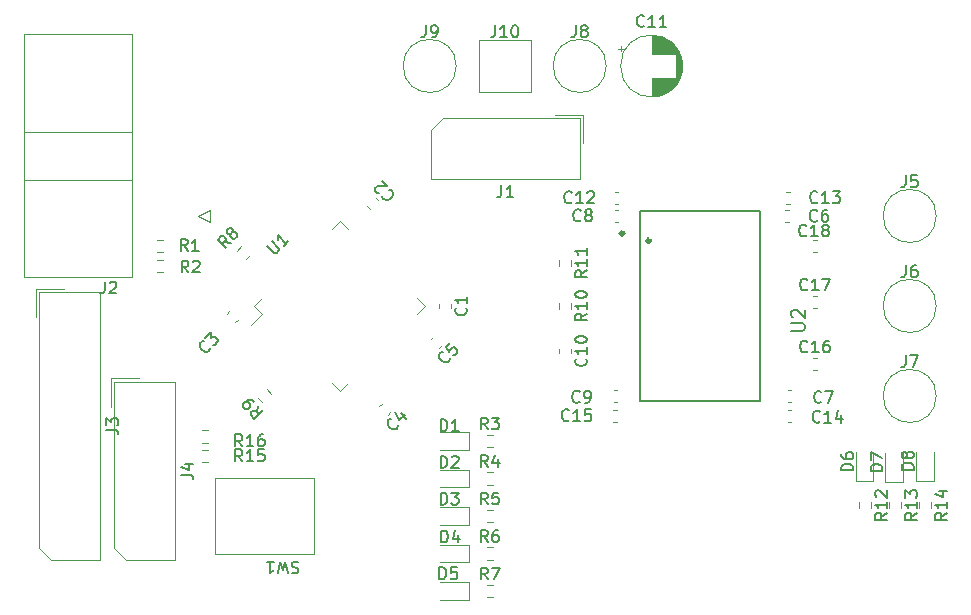
<source format=gbr>
G04 #@! TF.GenerationSoftware,KiCad,Pcbnew,(6.0.7)*
G04 #@! TF.CreationDate,2023-09-02T21:04:06+09:00*
G04 #@! TF.ProjectId,MD_DRV8332,4d445f44-5256-4383-9333-322e6b696361,rev?*
G04 #@! TF.SameCoordinates,Original*
G04 #@! TF.FileFunction,Legend,Top*
G04 #@! TF.FilePolarity,Positive*
%FSLAX46Y46*%
G04 Gerber Fmt 4.6, Leading zero omitted, Abs format (unit mm)*
G04 Created by KiCad (PCBNEW (6.0.7)) date 2023-09-02 21:04:06*
%MOMM*%
%LPD*%
G01*
G04 APERTURE LIST*
%ADD10C,0.150000*%
%ADD11C,0.152000*%
%ADD12C,0.120000*%
%ADD13C,0.300000*%
G04 APERTURE END LIST*
D10*
X123507333Y-146153238D02*
X123364476Y-146105619D01*
X123126380Y-146105619D01*
X123031142Y-146153238D01*
X122983523Y-146200857D01*
X122935904Y-146296095D01*
X122935904Y-146391333D01*
X122983523Y-146486571D01*
X123031142Y-146534190D01*
X123126380Y-146581809D01*
X123316857Y-146629428D01*
X123412095Y-146677047D01*
X123459714Y-146724666D01*
X123507333Y-146819904D01*
X123507333Y-146915142D01*
X123459714Y-147010380D01*
X123412095Y-147058000D01*
X123316857Y-147105619D01*
X123078761Y-147105619D01*
X122935904Y-147058000D01*
X122602571Y-147105619D02*
X122364476Y-146105619D01*
X122174000Y-146819904D01*
X121983523Y-146105619D01*
X121745428Y-147105619D01*
X120840666Y-146105619D02*
X121412095Y-146105619D01*
X121126380Y-146105619D02*
X121126380Y-147105619D01*
X121221619Y-146962761D01*
X121316857Y-146867523D01*
X121412095Y-146819904D01*
X147837142Y-128912857D02*
X147884761Y-128960476D01*
X147932380Y-129103333D01*
X147932380Y-129198571D01*
X147884761Y-129341428D01*
X147789523Y-129436666D01*
X147694285Y-129484285D01*
X147503809Y-129531904D01*
X147360952Y-129531904D01*
X147170476Y-129484285D01*
X147075238Y-129436666D01*
X146980000Y-129341428D01*
X146932380Y-129198571D01*
X146932380Y-129103333D01*
X146980000Y-128960476D01*
X147027619Y-128912857D01*
X147932380Y-127960476D02*
X147932380Y-128531904D01*
X147932380Y-128246190D02*
X146932380Y-128246190D01*
X147075238Y-128341428D01*
X147170476Y-128436666D01*
X147218095Y-128531904D01*
X146932380Y-127341428D02*
X146932380Y-127246190D01*
X146980000Y-127150952D01*
X147027619Y-127103333D01*
X147122857Y-127055714D01*
X147313333Y-127008095D01*
X147551428Y-127008095D01*
X147741904Y-127055714D01*
X147837142Y-127103333D01*
X147884761Y-127150952D01*
X147932380Y-127246190D01*
X147932380Y-127341428D01*
X147884761Y-127436666D01*
X147837142Y-127484285D01*
X147741904Y-127531904D01*
X147551428Y-127579523D01*
X147313333Y-127579523D01*
X147122857Y-127531904D01*
X147027619Y-127484285D01*
X146980000Y-127436666D01*
X146932380Y-127341428D01*
X147932380Y-125102857D02*
X147456190Y-125436190D01*
X147932380Y-125674285D02*
X146932380Y-125674285D01*
X146932380Y-125293333D01*
X146980000Y-125198095D01*
X147027619Y-125150476D01*
X147122857Y-125102857D01*
X147265714Y-125102857D01*
X147360952Y-125150476D01*
X147408571Y-125198095D01*
X147456190Y-125293333D01*
X147456190Y-125674285D01*
X147932380Y-124150476D02*
X147932380Y-124721904D01*
X147932380Y-124436190D02*
X146932380Y-124436190D01*
X147075238Y-124531428D01*
X147170476Y-124626666D01*
X147218095Y-124721904D01*
X146932380Y-123531428D02*
X146932380Y-123436190D01*
X146980000Y-123340952D01*
X147027619Y-123293333D01*
X147122857Y-123245714D01*
X147313333Y-123198095D01*
X147551428Y-123198095D01*
X147741904Y-123245714D01*
X147837142Y-123293333D01*
X147884761Y-123340952D01*
X147932380Y-123436190D01*
X147932380Y-123531428D01*
X147884761Y-123626666D01*
X147837142Y-123674285D01*
X147741904Y-123721904D01*
X147551428Y-123769523D01*
X147313333Y-123769523D01*
X147122857Y-123721904D01*
X147027619Y-123674285D01*
X146980000Y-123626666D01*
X146932380Y-123531428D01*
X147932380Y-121449183D02*
X147456190Y-121782516D01*
X147932380Y-122020611D02*
X146932380Y-122020611D01*
X146932380Y-121639659D01*
X146980000Y-121544421D01*
X147027619Y-121496802D01*
X147122857Y-121449183D01*
X147265714Y-121449183D01*
X147360952Y-121496802D01*
X147408571Y-121544421D01*
X147456190Y-121639659D01*
X147456190Y-122020611D01*
X147932380Y-120496802D02*
X147932380Y-121068230D01*
X147932380Y-120782516D02*
X146932380Y-120782516D01*
X147075238Y-120877754D01*
X147170476Y-120972992D01*
X147218095Y-121068230D01*
X147932380Y-119544421D02*
X147932380Y-120115849D01*
X147932380Y-119830135D02*
X146932380Y-119830135D01*
X147075238Y-119925373D01*
X147170476Y-120020611D01*
X147218095Y-120115849D01*
X146640937Y-115664197D02*
X146593318Y-115711816D01*
X146450461Y-115759435D01*
X146355223Y-115759435D01*
X146212366Y-115711816D01*
X146117128Y-115616578D01*
X146069509Y-115521340D01*
X146021890Y-115330864D01*
X146021890Y-115188007D01*
X146069509Y-114997531D01*
X146117128Y-114902293D01*
X146212366Y-114807055D01*
X146355223Y-114759435D01*
X146450461Y-114759435D01*
X146593318Y-114807055D01*
X146640937Y-114854674D01*
X147593318Y-115759435D02*
X147021890Y-115759435D01*
X147307604Y-115759435D02*
X147307604Y-114759435D01*
X147212366Y-114902293D01*
X147117128Y-114997531D01*
X147021890Y-115045150D01*
X147974271Y-114854674D02*
X148021890Y-114807055D01*
X148117128Y-114759435D01*
X148355223Y-114759435D01*
X148450461Y-114807055D01*
X148498080Y-114854674D01*
X148545699Y-114949912D01*
X148545699Y-115045150D01*
X148498080Y-115188007D01*
X147926652Y-115759435D01*
X148545699Y-115759435D01*
X118737142Y-136342380D02*
X118403809Y-135866190D01*
X118165714Y-136342380D02*
X118165714Y-135342380D01*
X118546666Y-135342380D01*
X118641904Y-135390000D01*
X118689523Y-135437619D01*
X118737142Y-135532857D01*
X118737142Y-135675714D01*
X118689523Y-135770952D01*
X118641904Y-135818571D01*
X118546666Y-135866190D01*
X118165714Y-135866190D01*
X119689523Y-136342380D02*
X119118095Y-136342380D01*
X119403809Y-136342380D02*
X119403809Y-135342380D01*
X119308571Y-135485238D01*
X119213333Y-135580476D01*
X119118095Y-135628095D01*
X120546666Y-135342380D02*
X120356190Y-135342380D01*
X120260952Y-135390000D01*
X120213333Y-135437619D01*
X120118095Y-135580476D01*
X120070476Y-135770952D01*
X120070476Y-136151904D01*
X120118095Y-136247142D01*
X120165714Y-136294761D01*
X120260952Y-136342380D01*
X120451428Y-136342380D01*
X120546666Y-136294761D01*
X120594285Y-136247142D01*
X120641904Y-136151904D01*
X120641904Y-135913809D01*
X120594285Y-135818571D01*
X120546666Y-135770952D01*
X120451428Y-135723333D01*
X120260952Y-135723333D01*
X120165714Y-135770952D01*
X120118095Y-135818571D01*
X120070476Y-135913809D01*
X118737142Y-137612380D02*
X118403809Y-137136190D01*
X118165714Y-137612380D02*
X118165714Y-136612380D01*
X118546666Y-136612380D01*
X118641904Y-136660000D01*
X118689523Y-136707619D01*
X118737142Y-136802857D01*
X118737142Y-136945714D01*
X118689523Y-137040952D01*
X118641904Y-137088571D01*
X118546666Y-137136190D01*
X118165714Y-137136190D01*
X119689523Y-137612380D02*
X119118095Y-137612380D01*
X119403809Y-137612380D02*
X119403809Y-136612380D01*
X119308571Y-136755238D01*
X119213333Y-136850476D01*
X119118095Y-136898095D01*
X120594285Y-136612380D02*
X120118095Y-136612380D01*
X120070476Y-137088571D01*
X120118095Y-137040952D01*
X120213333Y-136993333D01*
X120451428Y-136993333D01*
X120546666Y-137040952D01*
X120594285Y-137088571D01*
X120641904Y-137183809D01*
X120641904Y-137421904D01*
X120594285Y-137517142D01*
X120546666Y-137564761D01*
X120451428Y-137612380D01*
X120213333Y-137612380D01*
X120118095Y-137564761D01*
X120070476Y-137517142D01*
X178412380Y-141970357D02*
X177936190Y-142303690D01*
X178412380Y-142541785D02*
X177412380Y-142541785D01*
X177412380Y-142160833D01*
X177460000Y-142065595D01*
X177507619Y-142017976D01*
X177602857Y-141970357D01*
X177745714Y-141970357D01*
X177840952Y-142017976D01*
X177888571Y-142065595D01*
X177936190Y-142160833D01*
X177936190Y-142541785D01*
X178412380Y-141017976D02*
X178412380Y-141589404D01*
X178412380Y-141303690D02*
X177412380Y-141303690D01*
X177555238Y-141398928D01*
X177650476Y-141494166D01*
X177698095Y-141589404D01*
X177745714Y-140160833D02*
X178412380Y-140160833D01*
X177364761Y-140398928D02*
X178079047Y-140637023D01*
X178079047Y-140017976D01*
X175872380Y-141970357D02*
X175396190Y-142303690D01*
X175872380Y-142541785D02*
X174872380Y-142541785D01*
X174872380Y-142160833D01*
X174920000Y-142065595D01*
X174967619Y-142017976D01*
X175062857Y-141970357D01*
X175205714Y-141970357D01*
X175300952Y-142017976D01*
X175348571Y-142065595D01*
X175396190Y-142160833D01*
X175396190Y-142541785D01*
X175872380Y-141017976D02*
X175872380Y-141589404D01*
X175872380Y-141303690D02*
X174872380Y-141303690D01*
X175015238Y-141398928D01*
X175110476Y-141494166D01*
X175158095Y-141589404D01*
X174872380Y-140684642D02*
X174872380Y-140065595D01*
X175253333Y-140398928D01*
X175253333Y-140256071D01*
X175300952Y-140160833D01*
X175348571Y-140113214D01*
X175443809Y-140065595D01*
X175681904Y-140065595D01*
X175777142Y-140113214D01*
X175824761Y-140160833D01*
X175872380Y-140256071D01*
X175872380Y-140541785D01*
X175824761Y-140637023D01*
X175777142Y-140684642D01*
X173332380Y-141970357D02*
X172856190Y-142303690D01*
X173332380Y-142541785D02*
X172332380Y-142541785D01*
X172332380Y-142160833D01*
X172380000Y-142065595D01*
X172427619Y-142017976D01*
X172522857Y-141970357D01*
X172665714Y-141970357D01*
X172760952Y-142017976D01*
X172808571Y-142065595D01*
X172856190Y-142160833D01*
X172856190Y-142541785D01*
X173332380Y-141017976D02*
X173332380Y-141589404D01*
X173332380Y-141303690D02*
X172332380Y-141303690D01*
X172475238Y-141398928D01*
X172570476Y-141494166D01*
X172618095Y-141589404D01*
X172427619Y-140637023D02*
X172380000Y-140589404D01*
X172332380Y-140494166D01*
X172332380Y-140256071D01*
X172380000Y-140160833D01*
X172427619Y-140113214D01*
X172522857Y-140065595D01*
X172618095Y-140065595D01*
X172760952Y-140113214D01*
X173332380Y-140684642D01*
X173332380Y-140065595D01*
X120076569Y-132889132D02*
X119975554Y-133461552D01*
X120480630Y-133293193D02*
X119773524Y-134000300D01*
X119504149Y-133730926D01*
X119470478Y-133629911D01*
X119470478Y-133562567D01*
X119504149Y-133461552D01*
X119605165Y-133360537D01*
X119706180Y-133326865D01*
X119773524Y-133326865D01*
X119874539Y-133360537D01*
X120143913Y-133629911D01*
X119739852Y-132552414D02*
X119605165Y-132417727D01*
X119504149Y-132384056D01*
X119436806Y-132384056D01*
X119268447Y-132417727D01*
X119100088Y-132518743D01*
X118830714Y-132788117D01*
X118797043Y-132889132D01*
X118797043Y-132956475D01*
X118830714Y-133057491D01*
X118965401Y-133192178D01*
X119066417Y-133225850D01*
X119133760Y-133225850D01*
X119234775Y-133192178D01*
X119403134Y-133023819D01*
X119436806Y-132922804D01*
X119436806Y-132855460D01*
X119403134Y-132754445D01*
X119268447Y-132619758D01*
X119167432Y-132586086D01*
X119100088Y-132586086D01*
X118999073Y-132619758D01*
X117772316Y-119136956D02*
X117199896Y-119035941D01*
X117368255Y-119541017D02*
X116661148Y-118833911D01*
X116930522Y-118564536D01*
X117031537Y-118530865D01*
X117098881Y-118530865D01*
X117199896Y-118564536D01*
X117300911Y-118665552D01*
X117334583Y-118766567D01*
X117334583Y-118833911D01*
X117300911Y-118934926D01*
X117031537Y-119204300D01*
X117772316Y-118328834D02*
X117671301Y-118362506D01*
X117603957Y-118362506D01*
X117502942Y-118328834D01*
X117469270Y-118295162D01*
X117435598Y-118194147D01*
X117435598Y-118126804D01*
X117469270Y-118025788D01*
X117603957Y-117891101D01*
X117704973Y-117857430D01*
X117772316Y-117857430D01*
X117873331Y-117891101D01*
X117907003Y-117924773D01*
X117940675Y-118025788D01*
X117940675Y-118093132D01*
X117907003Y-118194147D01*
X117772316Y-118328834D01*
X117738644Y-118429849D01*
X117738644Y-118497193D01*
X117772316Y-118598208D01*
X117907003Y-118732895D01*
X118008018Y-118766567D01*
X118075362Y-118766567D01*
X118176377Y-118732895D01*
X118311064Y-118598208D01*
X118344736Y-118497193D01*
X118344736Y-118429849D01*
X118311064Y-118328834D01*
X118176377Y-118194147D01*
X118075362Y-118160475D01*
X118008018Y-118160475D01*
X117907003Y-118194147D01*
X139533333Y-147612380D02*
X139200000Y-147136190D01*
X138961904Y-147612380D02*
X138961904Y-146612380D01*
X139342857Y-146612380D01*
X139438095Y-146660000D01*
X139485714Y-146707619D01*
X139533333Y-146802857D01*
X139533333Y-146945714D01*
X139485714Y-147040952D01*
X139438095Y-147088571D01*
X139342857Y-147136190D01*
X138961904Y-147136190D01*
X139866666Y-146612380D02*
X140533333Y-146612380D01*
X140104761Y-147612380D01*
X139533333Y-144437380D02*
X139200000Y-143961190D01*
X138961904Y-144437380D02*
X138961904Y-143437380D01*
X139342857Y-143437380D01*
X139438095Y-143485000D01*
X139485714Y-143532619D01*
X139533333Y-143627857D01*
X139533333Y-143770714D01*
X139485714Y-143865952D01*
X139438095Y-143913571D01*
X139342857Y-143961190D01*
X138961904Y-143961190D01*
X140390476Y-143437380D02*
X140200000Y-143437380D01*
X140104761Y-143485000D01*
X140057142Y-143532619D01*
X139961904Y-143675476D01*
X139914285Y-143865952D01*
X139914285Y-144246904D01*
X139961904Y-144342142D01*
X140009523Y-144389761D01*
X140104761Y-144437380D01*
X140295238Y-144437380D01*
X140390476Y-144389761D01*
X140438095Y-144342142D01*
X140485714Y-144246904D01*
X140485714Y-144008809D01*
X140438095Y-143913571D01*
X140390476Y-143865952D01*
X140295238Y-143818333D01*
X140104761Y-143818333D01*
X140009523Y-143865952D01*
X139961904Y-143913571D01*
X139914285Y-144008809D01*
X139533333Y-141262380D02*
X139200000Y-140786190D01*
X138961904Y-141262380D02*
X138961904Y-140262380D01*
X139342857Y-140262380D01*
X139438095Y-140310000D01*
X139485714Y-140357619D01*
X139533333Y-140452857D01*
X139533333Y-140595714D01*
X139485714Y-140690952D01*
X139438095Y-140738571D01*
X139342857Y-140786190D01*
X138961904Y-140786190D01*
X140438095Y-140262380D02*
X139961904Y-140262380D01*
X139914285Y-140738571D01*
X139961904Y-140690952D01*
X140057142Y-140643333D01*
X140295238Y-140643333D01*
X140390476Y-140690952D01*
X140438095Y-140738571D01*
X140485714Y-140833809D01*
X140485714Y-141071904D01*
X140438095Y-141167142D01*
X140390476Y-141214761D01*
X140295238Y-141262380D01*
X140057142Y-141262380D01*
X139961904Y-141214761D01*
X139914285Y-141167142D01*
X139533333Y-138087380D02*
X139200000Y-137611190D01*
X138961904Y-138087380D02*
X138961904Y-137087380D01*
X139342857Y-137087380D01*
X139438095Y-137135000D01*
X139485714Y-137182619D01*
X139533333Y-137277857D01*
X139533333Y-137420714D01*
X139485714Y-137515952D01*
X139438095Y-137563571D01*
X139342857Y-137611190D01*
X138961904Y-137611190D01*
X140390476Y-137420714D02*
X140390476Y-138087380D01*
X140152380Y-137039761D02*
X139914285Y-137754047D01*
X140533333Y-137754047D01*
X139533333Y-134912380D02*
X139200000Y-134436190D01*
X138961904Y-134912380D02*
X138961904Y-133912380D01*
X139342857Y-133912380D01*
X139438095Y-133960000D01*
X139485714Y-134007619D01*
X139533333Y-134102857D01*
X139533333Y-134245714D01*
X139485714Y-134340952D01*
X139438095Y-134388571D01*
X139342857Y-134436190D01*
X138961904Y-134436190D01*
X139866666Y-133912380D02*
X140485714Y-133912380D01*
X140152380Y-134293333D01*
X140295238Y-134293333D01*
X140390476Y-134340952D01*
X140438095Y-134388571D01*
X140485714Y-134483809D01*
X140485714Y-134721904D01*
X140438095Y-134817142D01*
X140390476Y-134864761D01*
X140295238Y-134912380D01*
X140009523Y-134912380D01*
X139914285Y-134864761D01*
X139866666Y-134817142D01*
X114188085Y-121626761D02*
X113854752Y-121150571D01*
X113616656Y-121626761D02*
X113616656Y-120626761D01*
X113997609Y-120626761D01*
X114092847Y-120674381D01*
X114140466Y-120722000D01*
X114188085Y-120817238D01*
X114188085Y-120960095D01*
X114140466Y-121055333D01*
X114092847Y-121102952D01*
X113997609Y-121150571D01*
X113616656Y-121150571D01*
X114569037Y-120722000D02*
X114616656Y-120674381D01*
X114711894Y-120626761D01*
X114949990Y-120626761D01*
X115045228Y-120674381D01*
X115092847Y-120722000D01*
X115140466Y-120817238D01*
X115140466Y-120912476D01*
X115092847Y-121055333D01*
X114521418Y-121626761D01*
X115140466Y-121626761D01*
X114119087Y-119805226D02*
X113785754Y-119329036D01*
X113547658Y-119805226D02*
X113547658Y-118805226D01*
X113928611Y-118805226D01*
X114023849Y-118852846D01*
X114071468Y-118900465D01*
X114119087Y-118995703D01*
X114119087Y-119138560D01*
X114071468Y-119233798D01*
X114023849Y-119281417D01*
X113928611Y-119329036D01*
X113547658Y-119329036D01*
X115071468Y-119805226D02*
X114500039Y-119805226D01*
X114785754Y-119805226D02*
X114785754Y-118805226D01*
X114690515Y-118948084D01*
X114595277Y-119043322D01*
X114500039Y-119090941D01*
X175590825Y-138322292D02*
X174590825Y-138322292D01*
X174590825Y-138084197D01*
X174638445Y-137941339D01*
X174733683Y-137846101D01*
X174828921Y-137798482D01*
X175019397Y-137750863D01*
X175162254Y-137750863D01*
X175352730Y-137798482D01*
X175447968Y-137846101D01*
X175543206Y-137941339D01*
X175590825Y-138084197D01*
X175590825Y-138322292D01*
X175019397Y-137179435D02*
X174971778Y-137274673D01*
X174924159Y-137322292D01*
X174828921Y-137369911D01*
X174781302Y-137369911D01*
X174686064Y-137322292D01*
X174638445Y-137274673D01*
X174590825Y-137179435D01*
X174590825Y-136988958D01*
X174638445Y-136893720D01*
X174686064Y-136846101D01*
X174781302Y-136798482D01*
X174828921Y-136798482D01*
X174924159Y-136846101D01*
X174971778Y-136893720D01*
X175019397Y-136988958D01*
X175019397Y-137179435D01*
X175067016Y-137274673D01*
X175114635Y-137322292D01*
X175209873Y-137369911D01*
X175400349Y-137369911D01*
X175495587Y-137322292D01*
X175543206Y-137274673D01*
X175590825Y-137179435D01*
X175590825Y-136988958D01*
X175543206Y-136893720D01*
X175495587Y-136846101D01*
X175400349Y-136798482D01*
X175209873Y-136798482D01*
X175114635Y-136846101D01*
X175067016Y-136893720D01*
X175019397Y-136988958D01*
X172954711Y-138437629D02*
X171954711Y-138437629D01*
X171954711Y-138199534D01*
X172002331Y-138056676D01*
X172097569Y-137961438D01*
X172192807Y-137913819D01*
X172383283Y-137866200D01*
X172526140Y-137866200D01*
X172716616Y-137913819D01*
X172811854Y-137961438D01*
X172907092Y-138056676D01*
X172954711Y-138199534D01*
X172954711Y-138437629D01*
X171954711Y-137532867D02*
X171954711Y-136866200D01*
X172954711Y-137294772D01*
X170472380Y-138383095D02*
X169472380Y-138383095D01*
X169472380Y-138145000D01*
X169520000Y-138002142D01*
X169615238Y-137906904D01*
X169710476Y-137859285D01*
X169900952Y-137811666D01*
X170043809Y-137811666D01*
X170234285Y-137859285D01*
X170329523Y-137906904D01*
X170424761Y-138002142D01*
X170472380Y-138145000D01*
X170472380Y-138383095D01*
X169472380Y-136954523D02*
X169472380Y-137145000D01*
X169520000Y-137240238D01*
X169567619Y-137287857D01*
X169710476Y-137383095D01*
X169900952Y-137430714D01*
X170281904Y-137430714D01*
X170377142Y-137383095D01*
X170424761Y-137335476D01*
X170472380Y-137240238D01*
X170472380Y-137049761D01*
X170424761Y-136954523D01*
X170377142Y-136906904D01*
X170281904Y-136859285D01*
X170043809Y-136859285D01*
X169948571Y-136906904D01*
X169900952Y-136954523D01*
X169853333Y-137049761D01*
X169853333Y-137240238D01*
X169900952Y-137335476D01*
X169948571Y-137383095D01*
X170043809Y-137430714D01*
X135435685Y-147589421D02*
X135435685Y-146589421D01*
X135673781Y-146589421D01*
X135816638Y-146637041D01*
X135911876Y-146732279D01*
X135959495Y-146827517D01*
X136007114Y-147017993D01*
X136007114Y-147160850D01*
X135959495Y-147351326D01*
X135911876Y-147446564D01*
X135816638Y-147541802D01*
X135673781Y-147589421D01*
X135435685Y-147589421D01*
X136911876Y-146589421D02*
X136435685Y-146589421D01*
X136388066Y-147065612D01*
X136435685Y-147017993D01*
X136530923Y-146970374D01*
X136769019Y-146970374D01*
X136864257Y-147017993D01*
X136911876Y-147065612D01*
X136959495Y-147160850D01*
X136959495Y-147398945D01*
X136911876Y-147494183D01*
X136864257Y-147541802D01*
X136769019Y-147589421D01*
X136530923Y-147589421D01*
X136435685Y-147541802D01*
X136388066Y-147494183D01*
X135601279Y-144484533D02*
X135601279Y-143484533D01*
X135839375Y-143484533D01*
X135982232Y-143532153D01*
X136077470Y-143627391D01*
X136125089Y-143722629D01*
X136172708Y-143913105D01*
X136172708Y-144055962D01*
X136125089Y-144246438D01*
X136077470Y-144341676D01*
X135982232Y-144436914D01*
X135839375Y-144484533D01*
X135601279Y-144484533D01*
X137029851Y-143817867D02*
X137029851Y-144484533D01*
X136791755Y-143436914D02*
X136553660Y-144151200D01*
X137172708Y-144151200D01*
X135539181Y-141276148D02*
X135539181Y-140276148D01*
X135777277Y-140276148D01*
X135920134Y-140323768D01*
X136015372Y-140419006D01*
X136062991Y-140514244D01*
X136110610Y-140704720D01*
X136110610Y-140847577D01*
X136062991Y-141038053D01*
X136015372Y-141133291D01*
X135920134Y-141228529D01*
X135777277Y-141276148D01*
X135539181Y-141276148D01*
X136443943Y-140276148D02*
X137062991Y-140276148D01*
X136729657Y-140657101D01*
X136872515Y-140657101D01*
X136967753Y-140704720D01*
X137015372Y-140752339D01*
X137062991Y-140847577D01*
X137062991Y-141085672D01*
X137015372Y-141180910D01*
X136967753Y-141228529D01*
X136872515Y-141276148D01*
X136586800Y-141276148D01*
X136491562Y-141228529D01*
X136443943Y-141180910D01*
X135539181Y-138171259D02*
X135539181Y-137171259D01*
X135777277Y-137171259D01*
X135920134Y-137218879D01*
X136015372Y-137314117D01*
X136062991Y-137409355D01*
X136110610Y-137599831D01*
X136110610Y-137742688D01*
X136062991Y-137933164D01*
X136015372Y-138028402D01*
X135920134Y-138123640D01*
X135777277Y-138171259D01*
X135539181Y-138171259D01*
X136491562Y-137266498D02*
X136539181Y-137218879D01*
X136634419Y-137171259D01*
X136872515Y-137171259D01*
X136967753Y-137218879D01*
X137015372Y-137266498D01*
X137062991Y-137361736D01*
X137062991Y-137456974D01*
X137015372Y-137599831D01*
X136443943Y-138171259D01*
X137062991Y-138171259D01*
X135546904Y-135072380D02*
X135546904Y-134072380D01*
X135785000Y-134072380D01*
X135927857Y-134120000D01*
X136023095Y-134215238D01*
X136070714Y-134310476D01*
X136118333Y-134500952D01*
X136118333Y-134643809D01*
X136070714Y-134834285D01*
X136023095Y-134929523D01*
X135927857Y-135024761D01*
X135785000Y-135072380D01*
X135546904Y-135072380D01*
X137070714Y-135072380D02*
X136499285Y-135072380D01*
X136785000Y-135072380D02*
X136785000Y-134072380D01*
X136689761Y-134215238D01*
X136594523Y-134310476D01*
X136499285Y-134358095D01*
X166504526Y-118482382D02*
X166456907Y-118530001D01*
X166314050Y-118577620D01*
X166218812Y-118577620D01*
X166075955Y-118530001D01*
X165980717Y-118434763D01*
X165933098Y-118339525D01*
X165885479Y-118149049D01*
X165885479Y-118006192D01*
X165933098Y-117815716D01*
X165980717Y-117720478D01*
X166075955Y-117625240D01*
X166218812Y-117577620D01*
X166314050Y-117577620D01*
X166456907Y-117625240D01*
X166504526Y-117672859D01*
X167456907Y-118577620D02*
X166885479Y-118577620D01*
X167171193Y-118577620D02*
X167171193Y-117577620D01*
X167075955Y-117720478D01*
X166980717Y-117815716D01*
X166885479Y-117863335D01*
X168028336Y-118006192D02*
X167933098Y-117958573D01*
X167885479Y-117910954D01*
X167837860Y-117815716D01*
X167837860Y-117768097D01*
X167885479Y-117672859D01*
X167933098Y-117625240D01*
X168028336Y-117577620D01*
X168218812Y-117577620D01*
X168314050Y-117625240D01*
X168361669Y-117672859D01*
X168409288Y-117768097D01*
X168409288Y-117815716D01*
X168361669Y-117910954D01*
X168314050Y-117958573D01*
X168218812Y-118006192D01*
X168028336Y-118006192D01*
X167933098Y-118053811D01*
X167885479Y-118101430D01*
X167837860Y-118196668D01*
X167837860Y-118387144D01*
X167885479Y-118482382D01*
X167933098Y-118530001D01*
X168028336Y-118577620D01*
X168218812Y-118577620D01*
X168314050Y-118530001D01*
X168361669Y-118482382D01*
X168409288Y-118387144D01*
X168409288Y-118196668D01*
X168361669Y-118101430D01*
X168314050Y-118053811D01*
X168218812Y-118006192D01*
X166589642Y-123055223D02*
X166542023Y-123102842D01*
X166399166Y-123150461D01*
X166303928Y-123150461D01*
X166161071Y-123102842D01*
X166065833Y-123007604D01*
X166018214Y-122912366D01*
X165970595Y-122721890D01*
X165970595Y-122579033D01*
X166018214Y-122388557D01*
X166065833Y-122293319D01*
X166161071Y-122198081D01*
X166303928Y-122150461D01*
X166399166Y-122150461D01*
X166542023Y-122198081D01*
X166589642Y-122245700D01*
X167542023Y-123150461D02*
X166970595Y-123150461D01*
X167256309Y-123150461D02*
X167256309Y-122150461D01*
X167161071Y-122293319D01*
X167065833Y-122388557D01*
X166970595Y-122436176D01*
X167875357Y-122150461D02*
X168542023Y-122150461D01*
X168113452Y-123150461D01*
X166589642Y-128295917D02*
X166542023Y-128343536D01*
X166399166Y-128391155D01*
X166303928Y-128391155D01*
X166161071Y-128343536D01*
X166065833Y-128248298D01*
X166018214Y-128153060D01*
X165970595Y-127962584D01*
X165970595Y-127819727D01*
X166018214Y-127629251D01*
X166065833Y-127534013D01*
X166161071Y-127438775D01*
X166303928Y-127391155D01*
X166399166Y-127391155D01*
X166542023Y-127438775D01*
X166589642Y-127486394D01*
X167542023Y-128391155D02*
X166970595Y-128391155D01*
X167256309Y-128391155D02*
X167256309Y-127391155D01*
X167161071Y-127534013D01*
X167065833Y-127629251D01*
X166970595Y-127676870D01*
X168399166Y-127391155D02*
X168208690Y-127391155D01*
X168113452Y-127438775D01*
X168065833Y-127486394D01*
X167970595Y-127629251D01*
X167922976Y-127819727D01*
X167922976Y-128200679D01*
X167970595Y-128295917D01*
X168018214Y-128343536D01*
X168113452Y-128391155D01*
X168303928Y-128391155D01*
X168399166Y-128343536D01*
X168446785Y-128295917D01*
X168494404Y-128200679D01*
X168494404Y-127962584D01*
X168446785Y-127867346D01*
X168399166Y-127819727D01*
X168303928Y-127772108D01*
X168113452Y-127772108D01*
X168018214Y-127819727D01*
X167970595Y-127867346D01*
X167922976Y-127962584D01*
X146408164Y-134120315D02*
X146360545Y-134167934D01*
X146217688Y-134215553D01*
X146122450Y-134215553D01*
X145979593Y-134167934D01*
X145884355Y-134072696D01*
X145836736Y-133977458D01*
X145789117Y-133786982D01*
X145789117Y-133644125D01*
X145836736Y-133453649D01*
X145884355Y-133358411D01*
X145979593Y-133263173D01*
X146122450Y-133215553D01*
X146217688Y-133215553D01*
X146360545Y-133263173D01*
X146408164Y-133310792D01*
X147360545Y-134215553D02*
X146789117Y-134215553D01*
X147074831Y-134215553D02*
X147074831Y-133215553D01*
X146979593Y-133358411D01*
X146884355Y-133453649D01*
X146789117Y-133501268D01*
X148265307Y-133215553D02*
X147789117Y-133215553D01*
X147741498Y-133691744D01*
X147789117Y-133644125D01*
X147884355Y-133596506D01*
X148122450Y-133596506D01*
X148217688Y-133644125D01*
X148265307Y-133691744D01*
X148312926Y-133786982D01*
X148312926Y-134025077D01*
X148265307Y-134120315D01*
X148217688Y-134167934D01*
X148122450Y-134215553D01*
X147884355Y-134215553D01*
X147789117Y-134167934D01*
X147741498Y-134120315D01*
X167659880Y-134240995D02*
X167612261Y-134288614D01*
X167469404Y-134336233D01*
X167374166Y-134336233D01*
X167231309Y-134288614D01*
X167136071Y-134193376D01*
X167088452Y-134098138D01*
X167040833Y-133907662D01*
X167040833Y-133764805D01*
X167088452Y-133574329D01*
X167136071Y-133479091D01*
X167231309Y-133383853D01*
X167374166Y-133336233D01*
X167469404Y-133336233D01*
X167612261Y-133383853D01*
X167659880Y-133431472D01*
X168612261Y-134336233D02*
X168040833Y-134336233D01*
X168326547Y-134336233D02*
X168326547Y-133336233D01*
X168231309Y-133479091D01*
X168136071Y-133574329D01*
X168040833Y-133621948D01*
X169469404Y-133669567D02*
X169469404Y-134336233D01*
X169231309Y-133288614D02*
X168993214Y-134002900D01*
X169612261Y-134002900D01*
X167445828Y-115658474D02*
X167398209Y-115706093D01*
X167255352Y-115753712D01*
X167160114Y-115753712D01*
X167017257Y-115706093D01*
X166922019Y-115610855D01*
X166874400Y-115515617D01*
X166826781Y-115325141D01*
X166826781Y-115182284D01*
X166874400Y-114991808D01*
X166922019Y-114896570D01*
X167017257Y-114801332D01*
X167160114Y-114753712D01*
X167255352Y-114753712D01*
X167398209Y-114801332D01*
X167445828Y-114848951D01*
X168398209Y-115753712D02*
X167826781Y-115753712D01*
X168112495Y-115753712D02*
X168112495Y-114753712D01*
X168017257Y-114896570D01*
X167922019Y-114991808D01*
X167826781Y-115039427D01*
X168731543Y-114753712D02*
X169350590Y-114753712D01*
X169017257Y-115134665D01*
X169160114Y-115134665D01*
X169255352Y-115182284D01*
X169302971Y-115229903D01*
X169350590Y-115325141D01*
X169350590Y-115563236D01*
X169302971Y-115658474D01*
X169255352Y-115706093D01*
X169160114Y-115753712D01*
X168874400Y-115753712D01*
X168779162Y-115706093D01*
X168731543Y-115658474D01*
X147306734Y-132551477D02*
X147259115Y-132599096D01*
X147116258Y-132646715D01*
X147021020Y-132646715D01*
X146878162Y-132599096D01*
X146782924Y-132503858D01*
X146735305Y-132408620D01*
X146687686Y-132218144D01*
X146687686Y-132075287D01*
X146735305Y-131884811D01*
X146782924Y-131789573D01*
X146878162Y-131694335D01*
X147021020Y-131646715D01*
X147116258Y-131646715D01*
X147259115Y-131694335D01*
X147306734Y-131741954D01*
X147782924Y-132646715D02*
X147973401Y-132646715D01*
X148068639Y-132599096D01*
X148116258Y-132551477D01*
X148211496Y-132408620D01*
X148259115Y-132218144D01*
X148259115Y-131837192D01*
X148211496Y-131741954D01*
X148163877Y-131694335D01*
X148068639Y-131646715D01*
X147878162Y-131646715D01*
X147782924Y-131694335D01*
X147735305Y-131741954D01*
X147687686Y-131837192D01*
X147687686Y-132075287D01*
X147735305Y-132170525D01*
X147782924Y-132218144D01*
X147878162Y-132265763D01*
X148068639Y-132265763D01*
X148163877Y-132218144D01*
X148211496Y-132170525D01*
X148259115Y-132075287D01*
X147394382Y-117197142D02*
X147346763Y-117244761D01*
X147203906Y-117292380D01*
X147108668Y-117292380D01*
X146965810Y-117244761D01*
X146870572Y-117149523D01*
X146822953Y-117054285D01*
X146775334Y-116863809D01*
X146775334Y-116720952D01*
X146822953Y-116530476D01*
X146870572Y-116435238D01*
X146965810Y-116340000D01*
X147108668Y-116292380D01*
X147203906Y-116292380D01*
X147346763Y-116340000D01*
X147394382Y-116387619D01*
X147965810Y-116720952D02*
X147870572Y-116673333D01*
X147822953Y-116625714D01*
X147775334Y-116530476D01*
X147775334Y-116482857D01*
X147822953Y-116387619D01*
X147870572Y-116340000D01*
X147965810Y-116292380D01*
X148156287Y-116292380D01*
X148251525Y-116340000D01*
X148299144Y-116387619D01*
X148346763Y-116482857D01*
X148346763Y-116530476D01*
X148299144Y-116625714D01*
X148251525Y-116673333D01*
X148156287Y-116720952D01*
X147965810Y-116720952D01*
X147870572Y-116768571D01*
X147822953Y-116816190D01*
X147775334Y-116911428D01*
X147775334Y-117101904D01*
X147822953Y-117197142D01*
X147870572Y-117244761D01*
X147965810Y-117292380D01*
X148156287Y-117292380D01*
X148251525Y-117244761D01*
X148299144Y-117197142D01*
X148346763Y-117101904D01*
X148346763Y-116911428D01*
X148299144Y-116816190D01*
X148251525Y-116768571D01*
X148156287Y-116720952D01*
X167774032Y-132563545D02*
X167726413Y-132611164D01*
X167583556Y-132658783D01*
X167488318Y-132658783D01*
X167345460Y-132611164D01*
X167250222Y-132515926D01*
X167202603Y-132420688D01*
X167154984Y-132230212D01*
X167154984Y-132087355D01*
X167202603Y-131896879D01*
X167250222Y-131801641D01*
X167345460Y-131706403D01*
X167488318Y-131658783D01*
X167583556Y-131658783D01*
X167726413Y-131706403D01*
X167774032Y-131754022D01*
X168107365Y-131658783D02*
X168774032Y-131658783D01*
X168345460Y-132658783D01*
X167433266Y-117215243D02*
X167385647Y-117262862D01*
X167242790Y-117310481D01*
X167147552Y-117310481D01*
X167004694Y-117262862D01*
X166909456Y-117167624D01*
X166861837Y-117072386D01*
X166814218Y-116881910D01*
X166814218Y-116739053D01*
X166861837Y-116548577D01*
X166909456Y-116453339D01*
X167004694Y-116358101D01*
X167147552Y-116310481D01*
X167242790Y-116310481D01*
X167385647Y-116358101D01*
X167433266Y-116405720D01*
X168290409Y-116310481D02*
X168099933Y-116310481D01*
X168004694Y-116358101D01*
X167957075Y-116405720D01*
X167861837Y-116548577D01*
X167814218Y-116739053D01*
X167814218Y-117120005D01*
X167861837Y-117215243D01*
X167909456Y-117262862D01*
X168004694Y-117310481D01*
X168195171Y-117310481D01*
X168290409Y-117262862D01*
X168338028Y-117215243D01*
X168385647Y-117120005D01*
X168385647Y-116881910D01*
X168338028Y-116786672D01*
X168290409Y-116739053D01*
X168195171Y-116691434D01*
X168004694Y-116691434D01*
X167909456Y-116739053D01*
X167861837Y-116786672D01*
X167814218Y-116881910D01*
X136316938Y-128903757D02*
X136316938Y-128971100D01*
X136249594Y-129105787D01*
X136182251Y-129173131D01*
X136047563Y-129240474D01*
X135912876Y-129240474D01*
X135811861Y-129206803D01*
X135643502Y-129105787D01*
X135542487Y-129004772D01*
X135441472Y-128836413D01*
X135407800Y-128735398D01*
X135407800Y-128600711D01*
X135475144Y-128466024D01*
X135542487Y-128398680D01*
X135677174Y-128331337D01*
X135744518Y-128331337D01*
X136316938Y-127624230D02*
X135980220Y-127960948D01*
X136283266Y-128331337D01*
X136283266Y-128263993D01*
X136316938Y-128162978D01*
X136485296Y-127994619D01*
X136586312Y-127960948D01*
X136653655Y-127960948D01*
X136754670Y-127994619D01*
X136923029Y-128162978D01*
X136956701Y-128263993D01*
X136956701Y-128331337D01*
X136923029Y-128432352D01*
X136754670Y-128600711D01*
X136653655Y-128634383D01*
X136586312Y-128634383D01*
X131958997Y-134569389D02*
X131958997Y-134636732D01*
X131891653Y-134771419D01*
X131824310Y-134838763D01*
X131689622Y-134906106D01*
X131554935Y-134906106D01*
X131453920Y-134872435D01*
X131285561Y-134771419D01*
X131184546Y-134670404D01*
X131083531Y-134502045D01*
X131049859Y-134401030D01*
X131049859Y-134266343D01*
X131117203Y-134131656D01*
X131184546Y-134064312D01*
X131319233Y-133996969D01*
X131386577Y-133996969D01*
X132161027Y-133559236D02*
X132632432Y-134030641D01*
X131723294Y-133458221D02*
X132060012Y-134131656D01*
X132497745Y-133693923D01*
X116042534Y-128010772D02*
X116042534Y-128078115D01*
X115975190Y-128212802D01*
X115907847Y-128280146D01*
X115773159Y-128347489D01*
X115638472Y-128347489D01*
X115537457Y-128313818D01*
X115369098Y-128212802D01*
X115268083Y-128111787D01*
X115167068Y-127943428D01*
X115133396Y-127842413D01*
X115133396Y-127707726D01*
X115200740Y-127573039D01*
X115268083Y-127505695D01*
X115402770Y-127438352D01*
X115470114Y-127438352D01*
X115638472Y-127135306D02*
X116076205Y-126697573D01*
X116109877Y-127202650D01*
X116210892Y-127101634D01*
X116311908Y-127067963D01*
X116379251Y-127067963D01*
X116480266Y-127101634D01*
X116648625Y-127269993D01*
X116682297Y-127371008D01*
X116682297Y-127438352D01*
X116648625Y-127539367D01*
X116446595Y-127741398D01*
X116345579Y-127775070D01*
X116278236Y-127775070D01*
X131191044Y-114602535D02*
X131258387Y-114602535D01*
X131393074Y-114669879D01*
X131460418Y-114737223D01*
X131527761Y-114871910D01*
X131527761Y-115006597D01*
X131494090Y-115107612D01*
X131393074Y-115275971D01*
X131292059Y-115376986D01*
X131123700Y-115478001D01*
X131022685Y-115511673D01*
X130887998Y-115511673D01*
X130753311Y-115444329D01*
X130685967Y-115376986D01*
X130618624Y-115242299D01*
X130618624Y-115174955D01*
X130349250Y-114905581D02*
X130281906Y-114905581D01*
X130180891Y-114871910D01*
X130012532Y-114703551D01*
X129978861Y-114602535D01*
X129978861Y-114535192D01*
X130012532Y-114434177D01*
X130079876Y-114366833D01*
X130214563Y-114299490D01*
X131022685Y-114299490D01*
X130584952Y-113861757D01*
X137677142Y-124626666D02*
X137724761Y-124674285D01*
X137772380Y-124817142D01*
X137772380Y-124912380D01*
X137724761Y-125055238D01*
X137629523Y-125150476D01*
X137534285Y-125198095D01*
X137343809Y-125245714D01*
X137200952Y-125245714D01*
X137010476Y-125198095D01*
X136915238Y-125150476D01*
X136820000Y-125055238D01*
X136772380Y-124912380D01*
X136772380Y-124817142D01*
X136820000Y-124674285D01*
X136867619Y-124626666D01*
X137772380Y-123674285D02*
X137772380Y-124245714D01*
X137772380Y-123960000D02*
X136772380Y-123960000D01*
X136915238Y-124055238D01*
X137010476Y-124150476D01*
X137058095Y-124245714D01*
X113592380Y-138763333D02*
X114306666Y-138763333D01*
X114449523Y-138810952D01*
X114544761Y-138906190D01*
X114592380Y-139049047D01*
X114592380Y-139144285D01*
X113925714Y-137858571D02*
X114592380Y-137858571D01*
X113544761Y-138096666D02*
X114259047Y-138334761D01*
X114259047Y-137715714D01*
X174926666Y-128634380D02*
X174926666Y-129348666D01*
X174879047Y-129491523D01*
X174783809Y-129586761D01*
X174640952Y-129634380D01*
X174545714Y-129634380D01*
X175307619Y-128634380D02*
X175974285Y-128634380D01*
X175545714Y-129634380D01*
X107242380Y-134953333D02*
X107956666Y-134953333D01*
X108099523Y-135000952D01*
X108194761Y-135096190D01*
X108242380Y-135239047D01*
X108242380Y-135334285D01*
X107242380Y-134572380D02*
X107242380Y-133953333D01*
X107623333Y-134286666D01*
X107623333Y-134143809D01*
X107670952Y-134048571D01*
X107718571Y-134000952D01*
X107813809Y-133953333D01*
X108051904Y-133953333D01*
X108147142Y-134000952D01*
X108194761Y-134048571D01*
X108242380Y-134143809D01*
X108242380Y-134429523D01*
X108194761Y-134524761D01*
X108147142Y-134572380D01*
X140696666Y-114242380D02*
X140696666Y-114956666D01*
X140649047Y-115099523D01*
X140553809Y-115194761D01*
X140410952Y-115242380D01*
X140315714Y-115242380D01*
X141696666Y-115242380D02*
X141125238Y-115242380D01*
X141410952Y-115242380D02*
X141410952Y-114242380D01*
X141315714Y-114385238D01*
X141220476Y-114480476D01*
X141125238Y-114528095D01*
X146986666Y-100694380D02*
X146986666Y-101408666D01*
X146939047Y-101551523D01*
X146843809Y-101646761D01*
X146700952Y-101694380D01*
X146605714Y-101694380D01*
X147605714Y-101122952D02*
X147510476Y-101075333D01*
X147462857Y-101027714D01*
X147415238Y-100932476D01*
X147415238Y-100884857D01*
X147462857Y-100789619D01*
X147510476Y-100742000D01*
X147605714Y-100694380D01*
X147796190Y-100694380D01*
X147891428Y-100742000D01*
X147939047Y-100789619D01*
X147986666Y-100884857D01*
X147986666Y-100932476D01*
X147939047Y-101027714D01*
X147891428Y-101075333D01*
X147796190Y-101122952D01*
X147605714Y-101122952D01*
X147510476Y-101170571D01*
X147462857Y-101218190D01*
X147415238Y-101313428D01*
X147415238Y-101503904D01*
X147462857Y-101599142D01*
X147510476Y-101646761D01*
X147605714Y-101694380D01*
X147796190Y-101694380D01*
X147891428Y-101646761D01*
X147939047Y-101599142D01*
X147986666Y-101503904D01*
X147986666Y-101313428D01*
X147939047Y-101218190D01*
X147891428Y-101170571D01*
X147796190Y-101122952D01*
X152757142Y-100747142D02*
X152709523Y-100794761D01*
X152566666Y-100842380D01*
X152471428Y-100842380D01*
X152328571Y-100794761D01*
X152233333Y-100699523D01*
X152185714Y-100604285D01*
X152138095Y-100413809D01*
X152138095Y-100270952D01*
X152185714Y-100080476D01*
X152233333Y-99985238D01*
X152328571Y-99890000D01*
X152471428Y-99842380D01*
X152566666Y-99842380D01*
X152709523Y-99890000D01*
X152757142Y-99937619D01*
X153709523Y-100842380D02*
X153138095Y-100842380D01*
X153423809Y-100842380D02*
X153423809Y-99842380D01*
X153328571Y-99985238D01*
X153233333Y-100080476D01*
X153138095Y-100128095D01*
X154661904Y-100842380D02*
X154090476Y-100842380D01*
X154376190Y-100842380D02*
X154376190Y-99842380D01*
X154280952Y-99985238D01*
X154185714Y-100080476D01*
X154090476Y-100128095D01*
X107099166Y-122392380D02*
X107099166Y-123106666D01*
X107051547Y-123249523D01*
X106956309Y-123344761D01*
X106813452Y-123392380D01*
X106718214Y-123392380D01*
X107527738Y-122487619D02*
X107575357Y-122440000D01*
X107670595Y-122392380D01*
X107908690Y-122392380D01*
X108003928Y-122440000D01*
X108051547Y-122487619D01*
X108099166Y-122582857D01*
X108099166Y-122678095D01*
X108051547Y-122820952D01*
X107480119Y-123392380D01*
X108099166Y-123392380D01*
X174926666Y-113394380D02*
X174926666Y-114108666D01*
X174879047Y-114251523D01*
X174783809Y-114346761D01*
X174640952Y-114394380D01*
X174545714Y-114394380D01*
X175879047Y-113394380D02*
X175402857Y-113394380D01*
X175355238Y-113870571D01*
X175402857Y-113822952D01*
X175498095Y-113775333D01*
X175736190Y-113775333D01*
X175831428Y-113822952D01*
X175879047Y-113870571D01*
X175926666Y-113965809D01*
X175926666Y-114203904D01*
X175879047Y-114299142D01*
X175831428Y-114346761D01*
X175736190Y-114394380D01*
X175498095Y-114394380D01*
X175402857Y-114346761D01*
X175355238Y-114299142D01*
X174926666Y-121014380D02*
X174926666Y-121728666D01*
X174879047Y-121871523D01*
X174783809Y-121966761D01*
X174640952Y-122014380D01*
X174545714Y-122014380D01*
X175831428Y-121014380D02*
X175640952Y-121014380D01*
X175545714Y-121062000D01*
X175498095Y-121109619D01*
X175402857Y-121252476D01*
X175355238Y-121442952D01*
X175355238Y-121823904D01*
X175402857Y-121919142D01*
X175450476Y-121966761D01*
X175545714Y-122014380D01*
X175736190Y-122014380D01*
X175831428Y-121966761D01*
X175879047Y-121919142D01*
X175926666Y-121823904D01*
X175926666Y-121585809D01*
X175879047Y-121490571D01*
X175831428Y-121442952D01*
X175736190Y-121395333D01*
X175545714Y-121395333D01*
X175450476Y-121442952D01*
X175402857Y-121490571D01*
X175355238Y-121585809D01*
X140160476Y-100694380D02*
X140160476Y-101408666D01*
X140112857Y-101551523D01*
X140017619Y-101646761D01*
X139874761Y-101694380D01*
X139779523Y-101694380D01*
X141160476Y-101694380D02*
X140589047Y-101694380D01*
X140874761Y-101694380D02*
X140874761Y-100694380D01*
X140779523Y-100837238D01*
X140684285Y-100932476D01*
X140589047Y-100980095D01*
X141779523Y-100694380D02*
X141874761Y-100694380D01*
X141970000Y-100742000D01*
X142017619Y-100789619D01*
X142065238Y-100884857D01*
X142112857Y-101075333D01*
X142112857Y-101313428D01*
X142065238Y-101503904D01*
X142017619Y-101599142D01*
X141970000Y-101646761D01*
X141874761Y-101694380D01*
X141779523Y-101694380D01*
X141684285Y-101646761D01*
X141636666Y-101599142D01*
X141589047Y-101503904D01*
X141541428Y-101313428D01*
X141541428Y-101075333D01*
X141589047Y-100884857D01*
X141636666Y-100789619D01*
X141684285Y-100742000D01*
X141779523Y-100694380D01*
X134286666Y-100694380D02*
X134286666Y-101408666D01*
X134239047Y-101551523D01*
X134143809Y-101646761D01*
X134000952Y-101694380D01*
X133905714Y-101694380D01*
X134810476Y-101694380D02*
X135000952Y-101694380D01*
X135096190Y-101646761D01*
X135143809Y-101599142D01*
X135239047Y-101456285D01*
X135286666Y-101265809D01*
X135286666Y-100884857D01*
X135239047Y-100789619D01*
X135191428Y-100742000D01*
X135096190Y-100694380D01*
X134905714Y-100694380D01*
X134810476Y-100742000D01*
X134762857Y-100789619D01*
X134715238Y-100884857D01*
X134715238Y-101122952D01*
X134762857Y-101218190D01*
X134810476Y-101265809D01*
X134905714Y-101313428D01*
X135096190Y-101313428D01*
X135191428Y-101265809D01*
X135239047Y-101218190D01*
X135286666Y-101122952D01*
D11*
X165236071Y-126572657D02*
X166161357Y-126572657D01*
X166270214Y-126518228D01*
X166324642Y-126463800D01*
X166379071Y-126354942D01*
X166379071Y-126137228D01*
X166324642Y-126028371D01*
X166270214Y-125973942D01*
X166161357Y-125919514D01*
X165236071Y-125919514D01*
X165344928Y-125429657D02*
X165290500Y-125375228D01*
X165236071Y-125266371D01*
X165236071Y-124994228D01*
X165290500Y-124885371D01*
X165344928Y-124830942D01*
X165453785Y-124776514D01*
X165562642Y-124776514D01*
X165725928Y-124830942D01*
X166379071Y-125484085D01*
X166379071Y-124776514D01*
D10*
X120841436Y-119378932D02*
X121413856Y-119951352D01*
X121514871Y-119985024D01*
X121582215Y-119985024D01*
X121683230Y-119951352D01*
X121817917Y-119816665D01*
X121851589Y-119715650D01*
X121851589Y-119648306D01*
X121817917Y-119547291D01*
X121245497Y-118974871D01*
X122659711Y-118974871D02*
X122255650Y-119378932D01*
X122457680Y-119176902D02*
X121750574Y-118469795D01*
X121784245Y-118638154D01*
X121784245Y-118772841D01*
X121750574Y-118873856D01*
D12*
X124850000Y-145440000D02*
X116450000Y-145440000D01*
X116450000Y-145440000D02*
X116450000Y-139040000D01*
X116450000Y-139040000D02*
X124850000Y-139040000D01*
X124850000Y-139040000D02*
X124850000Y-145440000D01*
X146560000Y-128123733D02*
X146560000Y-128416267D01*
X145540000Y-128123733D02*
X145540000Y-128416267D01*
X146572500Y-124205276D02*
X146572500Y-124714724D01*
X145527500Y-124205276D02*
X145527500Y-124714724D01*
X146572500Y-120551602D02*
X146572500Y-121061050D01*
X145527500Y-120551602D02*
X145527500Y-121061050D01*
X150567428Y-114773230D02*
X150274894Y-114773230D01*
X150567428Y-115793230D02*
X150274894Y-115793230D01*
X115328629Y-134994913D02*
X115838077Y-134994913D01*
X115328629Y-136039913D02*
X115838077Y-136039913D01*
X115315276Y-136637500D02*
X115824724Y-136637500D01*
X115315276Y-137682500D02*
X115824724Y-137682500D01*
X177052500Y-141072776D02*
X177052500Y-141582224D01*
X176007500Y-141072776D02*
X176007500Y-141582224D01*
X174512500Y-141072776D02*
X174512500Y-141582224D01*
X173467500Y-141072776D02*
X173467500Y-141582224D01*
X171972500Y-141072776D02*
X171972500Y-141582224D01*
X170927500Y-141072776D02*
X170927500Y-141582224D01*
X120460654Y-132629580D02*
X120100420Y-132269346D01*
X121199580Y-131890654D02*
X120839346Y-131530420D01*
X119389866Y-120158570D02*
X119029632Y-120518804D01*
X118650940Y-119419644D02*
X118290706Y-119779878D01*
X139445276Y-148067500D02*
X139954724Y-148067500D01*
X139445276Y-149112500D02*
X139954724Y-149112500D01*
X139445276Y-144892500D02*
X139954724Y-144892500D01*
X139445276Y-145937500D02*
X139954724Y-145937500D01*
X139445276Y-141717500D02*
X139954724Y-141717500D01*
X139445276Y-142762500D02*
X139954724Y-142762500D01*
X139445276Y-138542500D02*
X139954724Y-138542500D01*
X139445276Y-139587500D02*
X139954724Y-139587500D01*
X139445276Y-135367500D02*
X139954724Y-135367500D01*
X139445276Y-136412500D02*
X139954724Y-136412500D01*
X111491922Y-120541485D02*
X112001370Y-120541485D01*
X111491922Y-121586485D02*
X112001370Y-121586485D01*
X111505276Y-118857500D02*
X112014724Y-118857500D01*
X111505276Y-119902500D02*
X112014724Y-119902500D01*
X177303445Y-139244197D02*
X177303445Y-136784197D01*
X175833445Y-139244197D02*
X177303445Y-139244197D01*
X175833445Y-136784197D02*
X175833445Y-139244197D01*
X174667331Y-139359534D02*
X174667331Y-136899534D01*
X173197331Y-139359534D02*
X174667331Y-139359534D01*
X173197331Y-136899534D02*
X173197331Y-139359534D01*
X172185000Y-139305000D02*
X172185000Y-136845000D01*
X170715000Y-139305000D02*
X172185000Y-139305000D01*
X170715000Y-136845000D02*
X170715000Y-139305000D01*
X137945000Y-147855000D02*
X135485000Y-147855000D01*
X137945000Y-149325000D02*
X137945000Y-147855000D01*
X135485000Y-149325000D02*
X137945000Y-149325000D01*
X137945000Y-144680000D02*
X135485000Y-144680000D01*
X137945000Y-146150000D02*
X137945000Y-144680000D01*
X135485000Y-146150000D02*
X137945000Y-146150000D01*
X137945000Y-141505000D02*
X135485000Y-141505000D01*
X137945000Y-142975000D02*
X137945000Y-141505000D01*
X135485000Y-142975000D02*
X137945000Y-142975000D01*
X137945000Y-138330000D02*
X135485000Y-138330000D01*
X137945000Y-139800000D02*
X137945000Y-138330000D01*
X135485000Y-139800000D02*
X137945000Y-139800000D01*
X137945000Y-135155000D02*
X135485000Y-135155000D01*
X137945000Y-136625000D02*
X137945000Y-135155000D01*
X135485000Y-136625000D02*
X137945000Y-136625000D01*
X167086233Y-118870000D02*
X167378767Y-118870000D01*
X167086233Y-119890000D02*
X167378767Y-119890000D01*
X167086233Y-123618081D02*
X167378767Y-123618081D01*
X167086233Y-124638081D02*
X167378767Y-124638081D01*
X167086233Y-129878775D02*
X167378767Y-129878775D01*
X167086233Y-128858775D02*
X167378767Y-128858775D01*
X150473385Y-134273173D02*
X150180851Y-134273173D01*
X150473385Y-133253173D02*
X150180851Y-133253173D01*
X164922252Y-133277309D02*
X165214786Y-133277309D01*
X164922252Y-134297309D02*
X165214786Y-134297309D01*
X164792676Y-114809434D02*
X165085210Y-114809434D01*
X164792676Y-115829434D02*
X165085210Y-115829434D01*
X150486267Y-132590000D02*
X150193733Y-132590000D01*
X150486267Y-131570000D02*
X150193733Y-131570000D01*
X150580267Y-116330000D02*
X150287733Y-116330000D01*
X150580267Y-117350000D02*
X150287733Y-117350000D01*
X164953733Y-131570000D02*
X165246267Y-131570000D01*
X164953733Y-132590000D02*
X165246267Y-132590000D01*
X164731801Y-116330000D02*
X165024335Y-116330000D01*
X164731801Y-117350000D02*
X165024335Y-117350000D01*
X135635139Y-127779403D02*
X135428286Y-127986256D01*
X134913890Y-127058154D02*
X134707037Y-127265007D01*
X131277198Y-133445035D02*
X131070345Y-133651888D01*
X130555949Y-132723786D02*
X130349096Y-132930639D01*
X118380857Y-125618765D02*
X118174004Y-125825618D01*
X117659608Y-124897516D02*
X117452755Y-125104369D01*
X130066690Y-115284335D02*
X130273543Y-115491188D01*
X129345441Y-116005584D02*
X129552294Y-116212437D01*
X136400000Y-124313733D02*
X136400000Y-124606267D01*
X135380000Y-124313733D02*
X135380000Y-124606267D01*
X108930000Y-145990000D02*
X113050000Y-145990000D01*
X107930000Y-144990000D02*
X108930000Y-145990000D01*
X113050000Y-145990000D02*
X113050000Y-130870000D01*
X113050000Y-130870000D02*
X107930000Y-130870000D01*
X107630000Y-130570000D02*
X107630000Y-132980000D01*
X110040000Y-130570000D02*
X107630000Y-130570000D01*
X107930000Y-130870000D02*
X107930000Y-144990000D01*
X177510000Y-132080000D02*
G75*
G03*
X177510000Y-132080000I-2250000J0D01*
G01*
X103690000Y-123010000D02*
X101280000Y-123010000D01*
X106700000Y-145930000D02*
X106700000Y-123310000D01*
X101580000Y-123310000D02*
X101580000Y-144930000D01*
X106700000Y-123310000D02*
X101580000Y-123310000D01*
X102580000Y-145930000D02*
X106700000Y-145930000D01*
X101280000Y-123010000D02*
X101280000Y-125420000D01*
X101580000Y-144930000D02*
X102580000Y-145930000D01*
X147640000Y-108280000D02*
X145230000Y-108280000D01*
X147340000Y-108580000D02*
X135720000Y-108580000D01*
X134720000Y-109580000D02*
X134720000Y-113700000D01*
X147340000Y-113700000D02*
X147340000Y-108580000D01*
X135720000Y-108580000D02*
X134720000Y-109580000D01*
X134720000Y-113700000D02*
X147340000Y-113700000D01*
X147640000Y-110690000D02*
X147640000Y-108280000D01*
X149570000Y-104140000D02*
G75*
G03*
X149570000Y-104140000I-2250000J0D01*
G01*
X155001000Y-102105000D02*
X155001000Y-103100000D01*
X153960000Y-101620000D02*
X153960000Y-103100000D01*
X155121000Y-105180000D02*
X155121000Y-106077000D01*
X153800000Y-101590000D02*
X153800000Y-103100000D01*
X153920000Y-101612000D02*
X153920000Y-103100000D01*
X154241000Y-101698000D02*
X154241000Y-103100000D01*
X155201000Y-102276000D02*
X155201000Y-103100000D01*
X154521000Y-101811000D02*
X154521000Y-103100000D01*
X153560000Y-105180000D02*
X153560000Y-106716000D01*
X154281000Y-105180000D02*
X154281000Y-106568000D01*
X155961000Y-103622000D02*
X155961000Y-104658000D01*
X154761000Y-101940000D02*
X154761000Y-103100000D01*
X155721000Y-102962000D02*
X155721000Y-105318000D01*
X154601000Y-105180000D02*
X154601000Y-106430000D01*
X153960000Y-105180000D02*
X153960000Y-106660000D01*
X155881000Y-103335000D02*
X155881000Y-104945000D01*
X154201000Y-105180000D02*
X154201000Y-106595000D01*
X153800000Y-105180000D02*
X153800000Y-106690000D01*
X153920000Y-105180000D02*
X153920000Y-106668000D01*
X153880000Y-101604000D02*
X153880000Y-103100000D01*
X155321000Y-105180000D02*
X155321000Y-105883000D01*
X156001000Y-103856000D02*
X156001000Y-104424000D01*
X153480000Y-105180000D02*
X153480000Y-106719000D01*
X154000000Y-101629000D02*
X154000000Y-103100000D01*
X154401000Y-105180000D02*
X154401000Y-106522000D01*
X153840000Y-105180000D02*
X153840000Y-106683000D01*
X154000000Y-105180000D02*
X154000000Y-106651000D01*
X155401000Y-105180000D02*
X155401000Y-105793000D01*
X155241000Y-105180000D02*
X155241000Y-105966000D01*
X154361000Y-105180000D02*
X154361000Y-106538000D01*
X153640000Y-101571000D02*
X153640000Y-103100000D01*
X154801000Y-105180000D02*
X154801000Y-106315000D01*
X155841000Y-103225000D02*
X155841000Y-105055000D01*
X154401000Y-101758000D02*
X154401000Y-103100000D01*
X155081000Y-102169000D02*
X155081000Y-103100000D01*
X154201000Y-101685000D02*
X154201000Y-103100000D01*
X155041000Y-102136000D02*
X155041000Y-103100000D01*
X154841000Y-101991000D02*
X154841000Y-103100000D01*
X154561000Y-101830000D02*
X154561000Y-103100000D01*
X154281000Y-101712000D02*
X154281000Y-103100000D01*
X153760000Y-101584000D02*
X153760000Y-103100000D01*
X154681000Y-101893000D02*
X154681000Y-103100000D01*
X153400000Y-105180000D02*
X153400000Y-106720000D01*
X153440000Y-101560000D02*
X153440000Y-103100000D01*
X154561000Y-105180000D02*
X154561000Y-106450000D01*
X153880000Y-105180000D02*
X153880000Y-106676000D01*
X153640000Y-105180000D02*
X153640000Y-106709000D01*
X154841000Y-105180000D02*
X154841000Y-106289000D01*
X155561000Y-102697000D02*
X155561000Y-105583000D01*
X155761000Y-103042000D02*
X155761000Y-105238000D01*
X154681000Y-105180000D02*
X154681000Y-106387000D01*
X154521000Y-105180000D02*
X154521000Y-106469000D01*
X150595225Y-102665000D02*
X151095225Y-102665000D01*
X155601000Y-102757000D02*
X155601000Y-105523000D01*
X155161000Y-102239000D02*
X155161000Y-103100000D01*
X154961000Y-105180000D02*
X154961000Y-106205000D01*
X154121000Y-105180000D02*
X154121000Y-106620000D01*
X154761000Y-105180000D02*
X154761000Y-106340000D01*
X154241000Y-105180000D02*
X154241000Y-106582000D01*
X155921000Y-103463000D02*
X155921000Y-104817000D01*
X154481000Y-101792000D02*
X154481000Y-103100000D01*
X154441000Y-101775000D02*
X154441000Y-103100000D01*
X154321000Y-105180000D02*
X154321000Y-106554000D01*
X153520000Y-105180000D02*
X153520000Y-106718000D01*
X155121000Y-102203000D02*
X155121000Y-103100000D01*
X155361000Y-105180000D02*
X155361000Y-105839000D01*
X155361000Y-102441000D02*
X155361000Y-103100000D01*
X154161000Y-101672000D02*
X154161000Y-103100000D01*
X155401000Y-102487000D02*
X155401000Y-103100000D01*
X154040000Y-105180000D02*
X154040000Y-106641000D01*
X153520000Y-101562000D02*
X153520000Y-103100000D01*
X153760000Y-105180000D02*
X153760000Y-106696000D01*
X153720000Y-101579000D02*
X153720000Y-103100000D01*
X155801000Y-103129000D02*
X155801000Y-105151000D01*
X155321000Y-102397000D02*
X155321000Y-103100000D01*
X150845225Y-102415000D02*
X150845225Y-102915000D01*
X154921000Y-102045000D02*
X154921000Y-103100000D01*
X155201000Y-105180000D02*
X155201000Y-106004000D01*
X153680000Y-101575000D02*
X153680000Y-103100000D01*
X153840000Y-101597000D02*
X153840000Y-103100000D01*
X154881000Y-105180000D02*
X154881000Y-106262000D01*
X154361000Y-101742000D02*
X154361000Y-103100000D01*
X155041000Y-105180000D02*
X155041000Y-106144000D01*
X155441000Y-102535000D02*
X155441000Y-105745000D01*
X153400000Y-101560000D02*
X153400000Y-103100000D01*
X154921000Y-105180000D02*
X154921000Y-106235000D01*
X154321000Y-101726000D02*
X154321000Y-103100000D01*
X155521000Y-102640000D02*
X155521000Y-105640000D01*
X153600000Y-101567000D02*
X153600000Y-103100000D01*
X154881000Y-102018000D02*
X154881000Y-103100000D01*
X155081000Y-105180000D02*
X155081000Y-106111000D01*
X155681000Y-102889000D02*
X155681000Y-105391000D01*
X155001000Y-105180000D02*
X155001000Y-106175000D01*
X154080000Y-101649000D02*
X154080000Y-103100000D01*
X154641000Y-105180000D02*
X154641000Y-106408000D01*
X154601000Y-101850000D02*
X154601000Y-103100000D01*
X154121000Y-101660000D02*
X154121000Y-103100000D01*
X155281000Y-102355000D02*
X155281000Y-103100000D01*
X153440000Y-105180000D02*
X153440000Y-106720000D01*
X153720000Y-105180000D02*
X153720000Y-106701000D01*
X155481000Y-102586000D02*
X155481000Y-105694000D01*
X155161000Y-105180000D02*
X155161000Y-106041000D01*
X154801000Y-101965000D02*
X154801000Y-103100000D01*
X155641000Y-102821000D02*
X155641000Y-105459000D01*
X155281000Y-105180000D02*
X155281000Y-105925000D01*
X154961000Y-102075000D02*
X154961000Y-103100000D01*
X154040000Y-101639000D02*
X154040000Y-103100000D01*
X153600000Y-105180000D02*
X153600000Y-106713000D01*
X154641000Y-101872000D02*
X154641000Y-103100000D01*
X154441000Y-105180000D02*
X154441000Y-106505000D01*
X154721000Y-101916000D02*
X154721000Y-103100000D01*
X154161000Y-105180000D02*
X154161000Y-106608000D01*
X153480000Y-101561000D02*
X153480000Y-103100000D01*
X153680000Y-105180000D02*
X153680000Y-106705000D01*
X154721000Y-105180000D02*
X154721000Y-106364000D01*
X154481000Y-105180000D02*
X154481000Y-106488000D01*
X155241000Y-102314000D02*
X155241000Y-103100000D01*
X154080000Y-105180000D02*
X154080000Y-106631000D01*
X153560000Y-101564000D02*
X153560000Y-103100000D01*
X156020000Y-104140000D02*
G75*
G03*
X156020000Y-104140000I-2620000J0D01*
G01*
X109377500Y-113810000D02*
X100257500Y-113810000D01*
X100257500Y-101470000D02*
X109377500Y-101470000D01*
X109377500Y-122050000D02*
X100257500Y-122050000D01*
X109377500Y-101470000D02*
X109377500Y-122050000D01*
X100257500Y-122050000D02*
X100257500Y-101470000D01*
X115997500Y-116340000D02*
X114997500Y-116840000D01*
X114997500Y-116840000D02*
X115997500Y-117340000D01*
X109377500Y-109710000D02*
X100257500Y-109710000D01*
X115997500Y-117340000D02*
X115997500Y-116340000D01*
X177510000Y-116840000D02*
G75*
G03*
X177510000Y-116840000I-2250000J0D01*
G01*
X177510000Y-124460000D02*
G75*
G03*
X177510000Y-124460000I-2250000J0D01*
G01*
X143170000Y-106340000D02*
X138770000Y-106340000D01*
X138770000Y-101940000D02*
X143170000Y-101940000D01*
X138770000Y-106340000D02*
X138770000Y-101940000D01*
X143170000Y-101940000D02*
X143170000Y-106340000D01*
X136870000Y-104140000D02*
G75*
G03*
X136870000Y-104140000I-2250000J0D01*
G01*
D11*
X162551000Y-132486000D02*
X152409000Y-132486000D01*
X152409000Y-132486000D02*
X152409000Y-116434000D01*
X162551000Y-116434000D02*
X162551000Y-132486000D01*
X152409000Y-116434000D02*
X162551000Y-116434000D01*
D13*
X151054000Y-118301000D02*
G75*
G03*
X151054000Y-118301000I-150000J0D01*
G01*
X153311000Y-118935000D02*
G75*
G03*
X153311000Y-118935000I-150000J0D01*
G01*
D12*
X126328249Y-117905120D02*
X127000000Y-117233369D01*
X120445120Y-125131751D02*
X119497597Y-126079275D01*
X120445120Y-123788249D02*
X119773369Y-124460000D01*
X133554880Y-125131751D02*
X134226631Y-124460000D01*
X119773369Y-124460000D02*
X120445120Y-125131751D01*
X127671751Y-131014880D02*
X127000000Y-131686631D01*
X134226631Y-124460000D02*
X133554880Y-123788249D01*
X127000000Y-117233369D02*
X127671751Y-117905120D01*
X127000000Y-131686631D02*
X126328249Y-131014880D01*
M02*

</source>
